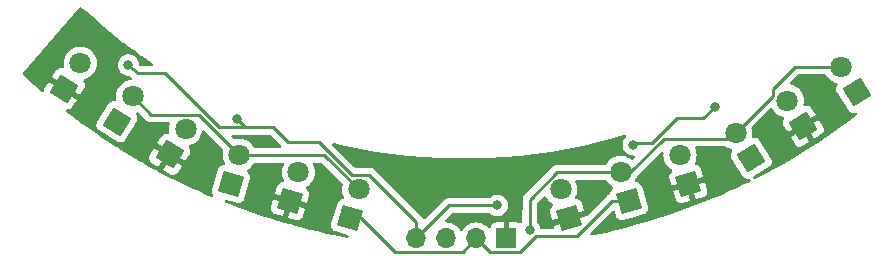
<source format=gbr>
%TF.GenerationSoftware,KiCad,Pcbnew,7.0.9*%
%TF.CreationDate,2025-05-06T13:04:56+09:00*%
%TF.ProjectId,Line_front,4c696e65-5f66-4726-9f6e-742e6b696361,rev?*%
%TF.SameCoordinates,Original*%
%TF.FileFunction,Copper,L2,Bot*%
%TF.FilePolarity,Positive*%
%FSLAX46Y46*%
G04 Gerber Fmt 4.6, Leading zero omitted, Abs format (unit mm)*
G04 Created by KiCad (PCBNEW 7.0.9) date 2025-05-06 13:04:56*
%MOMM*%
%LPD*%
G01*
G04 APERTURE LIST*
G04 Aperture macros list*
%AMRotRect*
0 Rectangle, with rotation*
0 The origin of the aperture is its center*
0 $1 length*
0 $2 width*
0 $3 Rotation angle, in degrees counterclockwise*
0 Add horizontal line*
21,1,$1,$2,0,0,$3*%
G04 Aperture macros list end*
%TA.AperFunction,ComponentPad*%
%ADD10R,1.700000X1.700000*%
%TD*%
%TA.AperFunction,ComponentPad*%
%ADD11O,1.700000X1.700000*%
%TD*%
%TA.AperFunction,ComponentPad*%
%ADD12RotRect,1.800000X1.800000X122.000000*%
%TD*%
%TA.AperFunction,ComponentPad*%
%ADD13C,1.800000*%
%TD*%
%TA.AperFunction,ComponentPad*%
%ADD14RotRect,1.800000X1.800000X58.000000*%
%TD*%
%TA.AperFunction,ComponentPad*%
%ADD15RotRect,1.800000X1.800000X106.000000*%
%TD*%
%TA.AperFunction,ComponentPad*%
%ADD16RotRect,1.800000X1.800000X74.000000*%
%TD*%
%TA.AperFunction,ViaPad*%
%ADD17C,0.800000*%
%TD*%
%TA.AperFunction,Conductor*%
%ADD18C,0.250000*%
%TD*%
G04 APERTURE END LIST*
D10*
%TO.P,J3,1,Pin_1*%
%TO.N,GND*%
X150560000Y-56410000D03*
D11*
%TO.P,J3,2,Pin_2*%
%TO.N,+3.3V*%
X148020000Y-56410000D03*
%TO.P,J3,3,Pin_3*%
%TO.N,Data_Line_sensor*%
X145480000Y-56410000D03*
%TO.P,J3,4,Pin_4*%
%TO.N,+5V*%
X142940000Y-56410000D03*
%TD*%
D12*
%TO.P,D3,1,K*%
%TO.N,GND*%
X175677664Y-46900000D03*
D13*
%TO.P,D3,2,A*%
%TO.N,Net-(D3-A)*%
X174331669Y-44745958D03*
%TD*%
D12*
%TO.P,Q1,1,C*%
%TO.N,+3.3V*%
X180208329Y-44053212D03*
D13*
%TO.P,Q1,2,E*%
%TO.N,Net-(Q1-E)*%
X178862334Y-41899170D03*
%TD*%
D14*
%TO.P,Q4,1,C*%
%TO.N,+3.3V*%
X117572017Y-46531261D03*
D13*
%TO.P,Q4,2,E*%
%TO.N,Net-(Q1-E)*%
X118918012Y-44377219D03*
%TD*%
D15*
%TO.P,D2,1,K*%
%TO.N,GND*%
X155854027Y-54703730D03*
D13*
%TO.P,D2,2,A*%
%TO.N,Net-(D8-A)*%
X155153908Y-52262125D03*
%TD*%
D15*
%TO.P,Q17,1,C*%
%TO.N,+3.3V*%
X160927664Y-53250000D03*
D13*
%TO.P,Q17,2,E*%
%TO.N,Net-(Q1-E)*%
X160227545Y-50808395D03*
%TD*%
D14*
%TO.P,D4,1,K*%
%TO.N,GND*%
X122040651Y-49299451D03*
D13*
%TO.P,D4,2,A*%
%TO.N,Net-(D4-A)*%
X123386646Y-47145409D03*
%TD*%
D16*
%TO.P,D1,1,K*%
%TO.N,GND*%
X132237664Y-53250000D03*
D13*
%TO.P,D1,2,A*%
%TO.N,Net-(D1-A)*%
X132937783Y-50808395D03*
%TD*%
D16*
%TO.P,Q16,1,C*%
%TO.N,+3.3V*%
X127235890Y-51805237D03*
D13*
%TO.P,Q16,2,E*%
%TO.N,Net-(Q1-E)*%
X127936009Y-49363632D03*
%TD*%
D15*
%TO.P,D2,1,K*%
%TO.N,GND*%
X165956888Y-51806782D03*
D13*
%TO.P,D2,2,A*%
%TO.N,Net-(D2-A)*%
X165256769Y-49365177D03*
%TD*%
D14*
%TO.P,D7,1,K*%
%TO.N,GND*%
X113127664Y-43730000D03*
D13*
%TO.P,D7,2,A*%
%TO.N,Net-(D7-A)*%
X114473659Y-41575958D03*
%TD*%
D12*
%TO.P,Q3,1,C*%
%TO.N,+3.3V*%
X171295343Y-49622663D03*
D13*
%TO.P,Q3,2,E*%
%TO.N,Net-(Q1-E)*%
X169949348Y-47468621D03*
%TD*%
D16*
%TO.P,Q15,1,C*%
%TO.N,+3.3V*%
X137338751Y-54702185D03*
D13*
%TO.P,Q15,2,E*%
%TO.N,Net-(Q1-E)*%
X138038870Y-52260580D03*
%TD*%
D17*
%TO.N,GND*%
X163270000Y-54160000D03*
X162540000Y-50970000D03*
%TO.N,+5V*%
X149770000Y-53620000D03*
%TO.N,GND*%
X134407664Y-53500000D03*
X125327664Y-48680000D03*
X129917664Y-50550000D03*
X128717664Y-53340000D03*
X146607664Y-50330000D03*
X137547664Y-49280000D03*
X172207664Y-47440000D03*
X129867664Y-48140000D03*
X177207664Y-45290000D03*
%TO.N,+5V*%
X118547664Y-41730000D03*
X161287664Y-48480000D03*
X127721052Y-46283388D03*
X168177664Y-45250000D03*
%TO.N,Net-(Q1-E)*%
X152517664Y-55660000D03*
%TD*%
D18*
%TO.N,+5V*%
X145730000Y-53620000D02*
X142940000Y-56410000D01*
X149770000Y-53620000D02*
X145730000Y-53620000D01*
%TO.N,+3.3V*%
X141142371Y-57585000D02*
X138259556Y-54702185D01*
X146845000Y-57585000D02*
X141142371Y-57585000D01*
X148020000Y-56410000D02*
X146845000Y-57585000D01*
X138259556Y-54702185D02*
X137338751Y-54702185D01*
X149195000Y-57585000D02*
X148020000Y-56410000D01*
X151735000Y-57585000D02*
X149195000Y-57585000D01*
X159497647Y-53250000D02*
X156507647Y-56240000D01*
X156507647Y-56240000D02*
X153080000Y-56240000D01*
X160927664Y-53250000D02*
X159497647Y-53250000D01*
X153080000Y-56240000D02*
X151735000Y-57585000D01*
%TO.N,+5V*%
X142940000Y-55032336D02*
X142940000Y-56410000D01*
X138943244Y-51035580D02*
X141368832Y-53461168D01*
X141368832Y-53461168D02*
X142940000Y-55032336D01*
%TO.N,Net-(D2-A)*%
X165256769Y-49365177D02*
X165256769Y-48600895D01*
X165051946Y-49570000D02*
X165256769Y-49365177D01*
%TO.N,+5V*%
X119342220Y-42444556D02*
X118547664Y-41730000D01*
X162896573Y-48330000D02*
X162137664Y-48330000D01*
X161437664Y-48330000D02*
X162317664Y-48330000D01*
X137490862Y-51076176D02*
X137531458Y-51035580D01*
X118547664Y-41730000D02*
X118677664Y-41780000D01*
X165016952Y-46209621D02*
X162896573Y-48330000D01*
X167218043Y-46209621D02*
X165016952Y-46209621D01*
X128442663Y-47004999D02*
X126213772Y-47004999D01*
X161287664Y-48480000D02*
X161437664Y-48330000D01*
X128442663Y-47004999D02*
X130822665Y-47004999D01*
X162317664Y-48330000D02*
X162137664Y-48330000D01*
X132097665Y-48280000D02*
X134694686Y-48280000D01*
X137531458Y-51035580D02*
X138943244Y-51035580D01*
X126213772Y-47004999D02*
X121653329Y-42444556D01*
X168177664Y-45250000D02*
X167218043Y-46209621D01*
X130822665Y-47004999D02*
X132097665Y-48280000D01*
X127721052Y-46283388D02*
X128442663Y-47004999D01*
X134694686Y-48280000D02*
X137490862Y-51076176D01*
X121653329Y-42444556D02*
X119342220Y-42444556D01*
%TO.N,Net-(Q1-E)*%
X169949348Y-47468621D02*
X173106669Y-44311300D01*
X154875226Y-50808395D02*
X152547664Y-53135957D01*
X127936009Y-49363632D02*
X124492786Y-45920409D01*
X173106669Y-44311300D02*
X173106669Y-43740995D01*
X127936009Y-49363632D02*
X135141922Y-49363632D01*
X152517664Y-55660000D02*
X152547664Y-55600000D01*
X160227545Y-50808395D02*
X154875226Y-50808395D01*
X135141922Y-49363632D02*
X138038870Y-52260580D01*
X174948494Y-41899170D02*
X178862334Y-41899170D01*
X173106669Y-43740995D02*
X174948494Y-41899170D01*
X169427969Y-47990000D02*
X163872969Y-47990000D01*
X163872969Y-47990000D02*
X161054574Y-50808395D01*
X169949348Y-47468621D02*
X169427969Y-47990000D01*
X152547664Y-53135957D02*
X152517664Y-55660000D01*
X124492786Y-45920409D02*
X120461202Y-45920409D01*
X161054574Y-50808395D02*
X160227545Y-50808395D01*
X120461202Y-45920409D02*
X118918012Y-44377219D01*
%TD*%
%TA.AperFunction,Conductor*%
%TO.N,GND*%
G36*
X131645079Y-50008817D02*
G01*
X131690834Y-50061621D01*
X131700778Y-50130779D01*
X131691596Y-50162942D01*
X131608625Y-50352094D01*
X131551649Y-50577086D01*
X131551647Y-50577097D01*
X131532483Y-50808388D01*
X131532483Y-50808401D01*
X131551647Y-51039692D01*
X131551649Y-51039703D01*
X131608625Y-51264695D01*
X131696073Y-51464056D01*
X131704976Y-51533356D01*
X131674999Y-51596468D01*
X131615659Y-51633355D01*
X131592148Y-51637491D01*
X131510099Y-51643882D01*
X131375703Y-51694984D01*
X131261151Y-51781877D01*
X131261149Y-51781878D01*
X131175723Y-51897516D01*
X131153152Y-51953002D01*
X130960805Y-52623791D01*
X130960805Y-52623792D01*
X131946380Y-52906400D01*
X131881866Y-52966260D01*
X131814039Y-53083740D01*
X131783854Y-53215992D01*
X131793991Y-53351265D01*
X131807960Y-53386858D01*
X130822988Y-53104422D01*
X130822987Y-53104422D01*
X130630642Y-53775209D01*
X130620380Y-53834224D01*
X130620380Y-53834227D01*
X130631546Y-53977564D01*
X130682648Y-54111960D01*
X130769541Y-54226512D01*
X130769542Y-54226514D01*
X130885180Y-54311940D01*
X130940665Y-54334511D01*
X131611455Y-54526857D01*
X131611456Y-54526857D01*
X131894149Y-53540989D01*
X131928129Y-53583599D01*
X132040211Y-53660016D01*
X132169837Y-53700000D01*
X132271388Y-53700000D01*
X132371802Y-53684865D01*
X132373240Y-53684172D01*
X132092086Y-54664674D01*
X132092087Y-54664675D01*
X132762874Y-54857021D01*
X132762873Y-54857021D01*
X132821890Y-54867283D01*
X132965228Y-54856117D01*
X133099624Y-54805015D01*
X133214176Y-54718122D01*
X133214178Y-54718121D01*
X133299604Y-54602483D01*
X133322175Y-54546998D01*
X133514521Y-53876207D01*
X133514521Y-53876206D01*
X132528949Y-53593598D01*
X132593462Y-53533740D01*
X132661289Y-53416260D01*
X132691474Y-53284008D01*
X132681337Y-53148735D01*
X132667366Y-53113140D01*
X133652338Y-53395576D01*
X133652339Y-53395575D01*
X133844685Y-52724790D01*
X133854947Y-52665775D01*
X133854947Y-52665772D01*
X133843781Y-52522435D01*
X133792679Y-52388039D01*
X133705787Y-52273488D01*
X133637477Y-52223024D01*
X133595252Y-52167357D01*
X133589826Y-52097698D01*
X133622922Y-52036164D01*
X133652134Y-52014237D01*
X133706409Y-51984865D01*
X133747585Y-51952817D01*
X133818936Y-51897282D01*
X133889567Y-51842308D01*
X134046762Y-51671548D01*
X134173707Y-51477244D01*
X134266940Y-51264695D01*
X134323917Y-51039700D01*
X134323918Y-51039692D01*
X134343083Y-50808401D01*
X134343083Y-50808388D01*
X134323918Y-50577097D01*
X134323916Y-50577086D01*
X134266940Y-50352094D01*
X134183970Y-50162942D01*
X134175067Y-50093642D01*
X134205044Y-50030530D01*
X134264383Y-49993643D01*
X134297526Y-49989132D01*
X134831470Y-49989132D01*
X134898509Y-50008817D01*
X134919151Y-50025451D01*
X136657520Y-51763820D01*
X136691005Y-51825143D01*
X136690045Y-51881941D01*
X136652736Y-52029270D01*
X136652734Y-52029282D01*
X136633570Y-52260573D01*
X136633570Y-52260586D01*
X136652734Y-52491877D01*
X136652736Y-52491888D01*
X136709712Y-52716880D01*
X136796948Y-52915756D01*
X136805851Y-52985056D01*
X136775874Y-53048168D01*
X136716535Y-53085055D01*
X136693023Y-53089191D01*
X136611079Y-53095574D01*
X136611071Y-53095576D01*
X136476547Y-53146728D01*
X136476545Y-53146728D01*
X136361881Y-53233705D01*
X136361878Y-53233708D01*
X136276363Y-53349469D01*
X136253772Y-53405000D01*
X135731238Y-55227298D01*
X135731236Y-55227305D01*
X135731236Y-55227308D01*
X135720965Y-55286376D01*
X135732142Y-55429864D01*
X135764502Y-55514969D01*
X135783294Y-55564388D01*
X135783294Y-55564390D01*
X135835015Y-55632575D01*
X135870272Y-55679056D01*
X135986033Y-55764571D01*
X135986034Y-55764571D01*
X135986035Y-55764572D01*
X136041567Y-55787163D01*
X136041565Y-55787163D01*
X137123058Y-56097275D01*
X137182075Y-56134675D01*
X137211502Y-56198045D01*
X137201998Y-56267265D01*
X137156579Y-56320359D01*
X137089666Y-56340469D01*
X137067211Y-56338563D01*
X136730097Y-56278736D01*
X135966855Y-56124410D01*
X135329642Y-55993726D01*
X134759019Y-55863102D01*
X134582700Y-55822740D01*
X133937104Y-55672310D01*
X133201263Y-55483974D01*
X132683749Y-55348760D01*
X132553521Y-55314735D01*
X131826676Y-55108795D01*
X131179688Y-54921207D01*
X131142641Y-54909681D01*
X131007980Y-54867785D01*
X130461113Y-54697643D01*
X129816635Y-54492021D01*
X129148195Y-54265185D01*
X129105816Y-54250803D01*
X128465307Y-54027482D01*
X127762153Y-53768667D01*
X127278373Y-53585398D01*
X127126565Y-53527888D01*
X126901843Y-53438596D01*
X126767642Y-53385271D01*
X126712610Y-53342222D01*
X126689587Y-53276255D01*
X126705884Y-53208312D01*
X126756327Y-53159966D01*
X126824899Y-53146566D01*
X126847610Y-53150839D01*
X127540318Y-53349469D01*
X127761013Y-53412752D01*
X127820081Y-53423023D01*
X127963569Y-53411846D01*
X128098094Y-53360694D01*
X128212761Y-53273716D01*
X128298276Y-53157955D01*
X128320868Y-53102421D01*
X128843405Y-51280114D01*
X128853676Y-51221046D01*
X128842499Y-51077558D01*
X128791347Y-50943033D01*
X128791346Y-50943031D01*
X128705812Y-50830269D01*
X128704369Y-50828366D01*
X128636189Y-50778000D01*
X128593964Y-50722333D01*
X128588537Y-50652675D01*
X128621632Y-50591140D01*
X128650852Y-50569208D01*
X128704628Y-50540106D01*
X128704629Y-50540104D01*
X128704635Y-50540102D01*
X128723377Y-50525515D01*
X128814876Y-50454298D01*
X128887793Y-50397545D01*
X129044988Y-50226785D01*
X129066229Y-50194273D01*
X129163551Y-50045311D01*
X129216698Y-49999954D01*
X129267360Y-49989132D01*
X131578040Y-49989132D01*
X131645079Y-50008817D01*
G37*
%TD.AperFunction*%
%TA.AperFunction,Conductor*%
G36*
X169167173Y-48635185D02*
G01*
X169176298Y-48641648D01*
X169180722Y-48645091D01*
X169384845Y-48755557D01*
X169483164Y-48789310D01*
X169605750Y-48831394D01*
X169662765Y-48871779D01*
X169688896Y-48936579D01*
X169675845Y-49005219D01*
X169663803Y-49024240D01*
X169614488Y-49088401D01*
X169562486Y-49222601D01*
X169562485Y-49222602D01*
X169550597Y-49363625D01*
X169550396Y-49366015D01*
X169570641Y-49465119D01*
X169579203Y-49507029D01*
X169605354Y-49560972D01*
X169605357Y-49560977D01*
X170609942Y-51168647D01*
X170609946Y-51168653D01*
X170609948Y-51168655D01*
X170646971Y-51215813D01*
X170646975Y-51215816D01*
X170761078Y-51303516D01*
X170761082Y-51303517D01*
X170761083Y-51303518D01*
X170895281Y-51355520D01*
X171038695Y-51367610D01*
X171087419Y-51357656D01*
X171157039Y-51363524D01*
X171212437Y-51406101D01*
X171236022Y-51471870D01*
X171220306Y-51539949D01*
X171170278Y-51588724D01*
X171166708Y-51590542D01*
X170691982Y-51822683D01*
X170076887Y-52113793D01*
X169396793Y-52425105D01*
X168774071Y-52699768D01*
X168086134Y-52993666D01*
X167456668Y-53251501D01*
X166761059Y-53527899D01*
X166125494Y-53768669D01*
X165422413Y-54027457D01*
X164781642Y-54250869D01*
X164071153Y-54491975D01*
X163426089Y-54697784D01*
X162708221Y-54921128D01*
X162059927Y-55109093D01*
X161334528Y-55314624D01*
X160684803Y-55484381D01*
X160180927Y-55613347D01*
X159950925Y-55672215D01*
X159777809Y-55712552D01*
X159302557Y-55823288D01*
X158558504Y-55993614D01*
X157916511Y-56125278D01*
X157806112Y-56147600D01*
X157736501Y-56141593D01*
X157681189Y-56098904D01*
X157657736Y-56033088D01*
X157673590Y-55965040D01*
X157693852Y-55938383D01*
X159525000Y-54107235D01*
X159586321Y-54073752D01*
X159656013Y-54078736D01*
X159711946Y-54120608D01*
X159731875Y-54160739D01*
X159842685Y-54547178D01*
X159865278Y-54602719D01*
X159897189Y-54645916D01*
X159950793Y-54718479D01*
X160065460Y-54805457D01*
X160199985Y-54856609D01*
X160343473Y-54867786D01*
X160402540Y-54857516D01*
X160402549Y-54857513D01*
X160402551Y-54857513D01*
X161140476Y-54645916D01*
X162224847Y-54334977D01*
X162280382Y-54312386D01*
X162396143Y-54226871D01*
X162483121Y-54112204D01*
X162534273Y-53977679D01*
X162545450Y-53834191D01*
X162535180Y-53775124D01*
X162533328Y-53768667D01*
X162012641Y-51952817D01*
X162012454Y-51952358D01*
X161990050Y-51897282D01*
X161904535Y-51781521D01*
X161789868Y-51694543D01*
X161655343Y-51643391D01*
X161655336Y-51643389D01*
X161573391Y-51637006D01*
X161508083Y-51612175D01*
X161466568Y-51555976D01*
X161462025Y-51486255D01*
X161469463Y-51463579D01*
X161556702Y-51264695D01*
X161573359Y-51198915D01*
X161605882Y-51141675D01*
X163654659Y-49092898D01*
X163715981Y-49059415D01*
X163785673Y-49064399D01*
X163841606Y-49106271D01*
X163866023Y-49171735D01*
X163865916Y-49190820D01*
X163851785Y-49361370D01*
X163851469Y-49365181D01*
X163851469Y-49365183D01*
X163870633Y-49596474D01*
X163870635Y-49596485D01*
X163927611Y-49821477D01*
X164020844Y-50034025D01*
X164147785Y-50228324D01*
X164147788Y-50228328D01*
X164147790Y-50228330D01*
X164304985Y-50399090D01*
X164304988Y-50399092D01*
X164304991Y-50399095D01*
X164488134Y-50541641D01*
X164488144Y-50541648D01*
X164516652Y-50557075D01*
X164542411Y-50571015D01*
X164592002Y-50620234D01*
X164607110Y-50688450D01*
X164582940Y-50754006D01*
X164557074Y-50779806D01*
X164488764Y-50830269D01*
X164401872Y-50944821D01*
X164350770Y-51079217D01*
X164339604Y-51222554D01*
X164339604Y-51222557D01*
X164349866Y-51281572D01*
X164542211Y-51952358D01*
X164542212Y-51952358D01*
X165526508Y-51670115D01*
X165503078Y-51772774D01*
X165513215Y-51908047D01*
X165562775Y-52034323D01*
X165647353Y-52140381D01*
X165663079Y-52151102D01*
X164680029Y-52432988D01*
X164680029Y-52432989D01*
X164872376Y-53103779D01*
X164894947Y-53159265D01*
X164980373Y-53274903D01*
X164980375Y-53274904D01*
X165094928Y-53361797D01*
X165094927Y-53361797D01*
X165229323Y-53412899D01*
X165372660Y-53424065D01*
X165372663Y-53424065D01*
X165431678Y-53413803D01*
X166102463Y-53221457D01*
X166102464Y-53221456D01*
X165819714Y-52235391D01*
X165889061Y-52256782D01*
X165990612Y-52256782D01*
X166091026Y-52241647D01*
X166213245Y-52182789D01*
X166301340Y-52101048D01*
X166583094Y-53083639D01*
X166583095Y-53083639D01*
X167253886Y-52891293D01*
X167309371Y-52868722D01*
X167425009Y-52783296D01*
X167425010Y-52783294D01*
X167511903Y-52668742D01*
X167563005Y-52534346D01*
X167574171Y-52391009D01*
X167574171Y-52391006D01*
X167563909Y-52331991D01*
X167371563Y-51661205D01*
X167371562Y-51661204D01*
X166387267Y-51943445D01*
X166410698Y-51840790D01*
X166400561Y-51705517D01*
X166351001Y-51579241D01*
X166266423Y-51473183D01*
X166250694Y-51462459D01*
X167233745Y-51180574D01*
X167233745Y-51180573D01*
X167041399Y-50509783D01*
X167018828Y-50454298D01*
X166933402Y-50338660D01*
X166933400Y-50338659D01*
X166818847Y-50251766D01*
X166818848Y-50251766D01*
X166684452Y-50200664D01*
X166602403Y-50194273D01*
X166537095Y-50169442D01*
X166495580Y-50113243D01*
X166491038Y-50043521D01*
X166498478Y-50020838D01*
X166585926Y-49821477D01*
X166631754Y-49640509D01*
X166642903Y-49596482D01*
X166643032Y-49594929D01*
X166662069Y-49365183D01*
X166662069Y-49365170D01*
X166642904Y-49133879D01*
X166642902Y-49133868D01*
X166585926Y-48908876D01*
X166533479Y-48789310D01*
X166524576Y-48720010D01*
X166554553Y-48656898D01*
X166613892Y-48620011D01*
X166647035Y-48615500D01*
X169100134Y-48615500D01*
X169167173Y-48635185D01*
G37*
%TD.AperFunction*%
%TA.AperFunction,Conductor*%
G36*
X160645056Y-47685284D02*
G01*
X160674146Y-47748810D01*
X160664273Y-47817979D01*
X160643576Y-47849555D01*
X160555130Y-47947784D01*
X160460485Y-48111715D01*
X160460482Y-48111722D01*
X160410966Y-48264118D01*
X160401990Y-48291744D01*
X160382204Y-48480000D01*
X160401990Y-48668256D01*
X160401991Y-48668259D01*
X160460482Y-48848277D01*
X160460485Y-48848284D01*
X160555131Y-49012216D01*
X160639819Y-49106271D01*
X160681793Y-49152888D01*
X160834929Y-49264148D01*
X160834934Y-49264151D01*
X161007856Y-49341142D01*
X161007861Y-49341144D01*
X161193018Y-49380500D01*
X161193019Y-49380500D01*
X161298515Y-49380500D01*
X161365554Y-49400185D01*
X161411309Y-49452989D01*
X161421253Y-49522147D01*
X161392228Y-49585703D01*
X161386209Y-49592167D01*
X161302919Y-49675458D01*
X161270573Y-49707804D01*
X161209250Y-49741288D01*
X161139558Y-49736304D01*
X161106730Y-49717976D01*
X161052102Y-49675458D01*
X160996171Y-49631925D01*
X160865071Y-49560977D01*
X160792049Y-49521459D01*
X160792040Y-49521456D01*
X160572529Y-49446097D01*
X160387724Y-49415259D01*
X160343594Y-49407895D01*
X160111496Y-49407895D01*
X160067366Y-49415259D01*
X159882560Y-49446097D01*
X159663049Y-49521456D01*
X159663040Y-49521459D01*
X159458916Y-49631926D01*
X159458910Y-49631930D01*
X159275767Y-49774476D01*
X159275764Y-49774479D01*
X159118561Y-49945247D01*
X159000003Y-50126716D01*
X158946856Y-50172073D01*
X158896194Y-50182895D01*
X154957969Y-50182895D01*
X154942348Y-50181170D01*
X154942321Y-50181456D01*
X154934559Y-50180721D01*
X154865398Y-50182895D01*
X154835875Y-50182895D01*
X154829004Y-50183762D01*
X154823185Y-50184220D01*
X154776600Y-50185684D01*
X154776594Y-50185685D01*
X154757352Y-50191275D01*
X154738313Y-50195218D01*
X154718443Y-50197729D01*
X154718429Y-50197732D01*
X154675109Y-50214883D01*
X154669584Y-50216775D01*
X154624839Y-50229775D01*
X154624836Y-50229776D01*
X154607592Y-50239974D01*
X154590131Y-50248528D01*
X154571500Y-50255905D01*
X154571488Y-50255912D01*
X154533796Y-50283297D01*
X154528913Y-50286504D01*
X154488806Y-50310224D01*
X154474640Y-50324390D01*
X154459850Y-50337022D01*
X154443640Y-50348799D01*
X154443637Y-50348802D01*
X154413936Y-50384704D01*
X154410003Y-50389026D01*
X152164373Y-52634655D01*
X152159486Y-52639050D01*
X152151592Y-52645425D01*
X152101071Y-52697957D01*
X152077536Y-52721493D01*
X152077535Y-52721495D01*
X152075799Y-52723733D01*
X152071501Y-52728706D01*
X152042043Y-52759337D01*
X152029976Y-52780681D01*
X152020015Y-52795650D01*
X152004993Y-52815017D01*
X152004987Y-52815027D01*
X151988108Y-52854032D01*
X151985179Y-52859922D01*
X151964267Y-52896915D01*
X151964265Y-52896919D01*
X151957888Y-52920583D01*
X151951963Y-52937558D01*
X151942225Y-52960062D01*
X151935576Y-53002037D01*
X151934204Y-53008470D01*
X151923147Y-53049510D01*
X151923147Y-53049512D01*
X151922855Y-53074022D01*
X151921338Y-53091938D01*
X151917504Y-53116150D01*
X151917503Y-53116155D01*
X151921502Y-53158462D01*
X151921773Y-53165038D01*
X151900516Y-54953499D01*
X151880036Y-55020300D01*
X151868675Y-55034997D01*
X151813341Y-55096452D01*
X151753855Y-55133101D01*
X151683998Y-55131771D01*
X151660506Y-55119734D01*
X151659872Y-55120897D01*
X151652086Y-55116645D01*
X151517379Y-55066403D01*
X151517372Y-55066401D01*
X151457844Y-55060000D01*
X150810000Y-55060000D01*
X150810000Y-55974498D01*
X150702315Y-55925320D01*
X150595763Y-55910000D01*
X150524237Y-55910000D01*
X150417685Y-55925320D01*
X150310000Y-55974498D01*
X150310000Y-55060000D01*
X149662155Y-55060000D01*
X149602627Y-55066401D01*
X149602620Y-55066403D01*
X149467913Y-55116645D01*
X149467906Y-55116649D01*
X149352812Y-55202809D01*
X149352809Y-55202812D01*
X149266649Y-55317906D01*
X149266645Y-55317913D01*
X149217578Y-55449470D01*
X149175707Y-55505404D01*
X149110242Y-55529821D01*
X149041969Y-55514969D01*
X149013715Y-55493819D01*
X148969366Y-55449470D01*
X148891401Y-55371505D01*
X148891397Y-55371502D01*
X148891396Y-55371501D01*
X148697834Y-55235967D01*
X148697830Y-55235965D01*
X148608014Y-55194083D01*
X148483663Y-55136097D01*
X148483659Y-55136096D01*
X148483655Y-55136094D01*
X148255413Y-55074938D01*
X148255403Y-55074936D01*
X148020001Y-55054341D01*
X148019999Y-55054341D01*
X147784596Y-55074936D01*
X147784586Y-55074938D01*
X147556344Y-55136094D01*
X147556335Y-55136098D01*
X147342171Y-55235964D01*
X147342169Y-55235965D01*
X147148597Y-55371505D01*
X146981505Y-55538597D01*
X146851575Y-55724158D01*
X146796998Y-55767783D01*
X146727500Y-55774977D01*
X146665145Y-55743454D01*
X146648425Y-55724158D01*
X146518494Y-55538597D01*
X146351402Y-55371506D01*
X146351395Y-55371501D01*
X146157834Y-55235967D01*
X146157830Y-55235965D01*
X146068014Y-55194083D01*
X145943663Y-55136097D01*
X145943659Y-55136096D01*
X145943655Y-55136094D01*
X145715413Y-55074938D01*
X145715403Y-55074936D01*
X145480001Y-55054341D01*
X145479611Y-55054341D01*
X145479445Y-55054292D01*
X145474606Y-55053869D01*
X145474691Y-55052896D01*
X145412572Y-55034656D01*
X145366817Y-54981852D01*
X145356873Y-54912694D01*
X145385898Y-54849138D01*
X145391930Y-54842660D01*
X145564869Y-54669722D01*
X145952772Y-54281819D01*
X146014095Y-54248334D01*
X146040453Y-54245500D01*
X149066252Y-54245500D01*
X149133291Y-54265185D01*
X149158400Y-54286526D01*
X149164126Y-54292885D01*
X149164130Y-54292889D01*
X149317265Y-54404148D01*
X149317270Y-54404151D01*
X149490192Y-54481142D01*
X149490197Y-54481144D01*
X149675354Y-54520500D01*
X149675355Y-54520500D01*
X149864644Y-54520500D01*
X149864646Y-54520500D01*
X150049803Y-54481144D01*
X150222730Y-54404151D01*
X150375871Y-54292888D01*
X150502533Y-54152216D01*
X150597179Y-53988284D01*
X150655674Y-53808256D01*
X150675460Y-53620000D01*
X150655674Y-53431744D01*
X150597179Y-53251716D01*
X150502533Y-53087784D01*
X150375871Y-52947112D01*
X150375870Y-52947111D01*
X150222734Y-52835851D01*
X150222729Y-52835848D01*
X150049807Y-52758857D01*
X150049802Y-52758855D01*
X149896779Y-52726330D01*
X149864646Y-52719500D01*
X149675354Y-52719500D01*
X149643221Y-52726330D01*
X149490197Y-52758855D01*
X149490192Y-52758857D01*
X149317270Y-52835848D01*
X149317265Y-52835851D01*
X149164130Y-52947110D01*
X149164126Y-52947114D01*
X149158400Y-52953474D01*
X149098913Y-52990121D01*
X149066252Y-52994500D01*
X145812743Y-52994500D01*
X145797122Y-52992775D01*
X145797096Y-52993061D01*
X145789334Y-52992327D01*
X145789333Y-52992327D01*
X145720186Y-52994500D01*
X145690649Y-52994500D01*
X145683766Y-52995369D01*
X145677949Y-52995826D01*
X145631373Y-52997290D01*
X145612129Y-53002881D01*
X145593079Y-53006825D01*
X145573211Y-53009334D01*
X145529884Y-53026488D01*
X145524358Y-53028379D01*
X145479614Y-53041379D01*
X145479610Y-53041381D01*
X145462366Y-53051579D01*
X145444905Y-53060133D01*
X145426274Y-53067510D01*
X145426262Y-53067517D01*
X145388570Y-53094902D01*
X145383687Y-53098109D01*
X145343580Y-53121829D01*
X145329414Y-53135995D01*
X145314624Y-53148627D01*
X145298414Y-53160404D01*
X145298411Y-53160407D01*
X145268710Y-53196309D01*
X145264777Y-53200631D01*
X143695264Y-54770144D01*
X143633941Y-54803629D01*
X143564249Y-54798645D01*
X143508316Y-54756773D01*
X143496356Y-54735383D01*
X143496247Y-54735444D01*
X143492487Y-54728606D01*
X143492486Y-54728604D01*
X143465079Y-54690881D01*
X143461888Y-54686022D01*
X143438172Y-54645919D01*
X143438165Y-54645910D01*
X143424006Y-54631751D01*
X143411368Y-54616955D01*
X143401025Y-54602719D01*
X143399594Y-54600749D01*
X143363688Y-54571045D01*
X143359376Y-54567122D01*
X141783303Y-52991048D01*
X139444047Y-50651792D01*
X139434224Y-50639530D01*
X139434003Y-50639714D01*
X139429030Y-50633703D01*
X139413584Y-50619198D01*
X139378608Y-50586353D01*
X139363270Y-50571015D01*
X139357719Y-50565463D01*
X139352230Y-50561205D01*
X139347805Y-50557427D01*
X139313826Y-50525518D01*
X139313824Y-50525516D01*
X139313821Y-50525515D01*
X139296273Y-50515868D01*
X139280007Y-50505184D01*
X139264177Y-50492905D01*
X139221412Y-50474398D01*
X139216166Y-50471828D01*
X139175337Y-50449383D01*
X139175336Y-50449382D01*
X139155937Y-50444402D01*
X139137525Y-50438098D01*
X139119142Y-50430142D01*
X139119136Y-50430140D01*
X139073118Y-50422852D01*
X139067396Y-50421667D01*
X139022265Y-50410080D01*
X139022263Y-50410080D01*
X139002228Y-50410080D01*
X138982830Y-50408553D01*
X138975406Y-50407377D01*
X138963049Y-50405420D01*
X138963048Y-50405420D01*
X138916660Y-50409805D01*
X138910822Y-50410080D01*
X137760718Y-50410080D01*
X137693679Y-50390395D01*
X137673037Y-50373761D01*
X135855938Y-48556661D01*
X135822453Y-48495338D01*
X135827437Y-48425646D01*
X135869309Y-48369713D01*
X135934773Y-48345296D01*
X135971801Y-48348225D01*
X136874284Y-48558866D01*
X138200101Y-48828499D01*
X139533100Y-49060024D01*
X140872187Y-49253254D01*
X142216261Y-49408029D01*
X143564219Y-49524221D01*
X144914953Y-49601735D01*
X146267354Y-49640509D01*
X147620310Y-49640509D01*
X148972711Y-49601735D01*
X150323445Y-49524221D01*
X151671403Y-49408029D01*
X153015477Y-49253254D01*
X154354564Y-49060024D01*
X155687563Y-48828499D01*
X157013380Y-48558866D01*
X158330925Y-48251350D01*
X159639116Y-47906201D01*
X159831308Y-47849555D01*
X160516370Y-47647641D01*
X160586239Y-47647570D01*
X160645056Y-47685284D01*
G37*
%TD.AperFunction*%
%TA.AperFunction,Conductor*%
G36*
X153835065Y-52835658D02*
G01*
X153890998Y-52877530D01*
X153905286Y-52902028D01*
X153917982Y-52930972D01*
X154044924Y-53125272D01*
X154044927Y-53125276D01*
X154044929Y-53125278D01*
X154202124Y-53296038D01*
X154202127Y-53296040D01*
X154202130Y-53296043D01*
X154385273Y-53438589D01*
X154385283Y-53438596D01*
X154403799Y-53448616D01*
X154439550Y-53467963D01*
X154489141Y-53517182D01*
X154504249Y-53585398D01*
X154480079Y-53650954D01*
X154454213Y-53676754D01*
X154385903Y-53727217D01*
X154299011Y-53841769D01*
X154247909Y-53976165D01*
X154236743Y-54119502D01*
X154236743Y-54119505D01*
X154247005Y-54178520D01*
X154439350Y-54849306D01*
X154439351Y-54849306D01*
X155423647Y-54567063D01*
X155400217Y-54669722D01*
X155410354Y-54804995D01*
X155459914Y-54931271D01*
X155544492Y-55037329D01*
X155560217Y-55048050D01*
X154577169Y-55329936D01*
X154577168Y-55329937D01*
X154613409Y-55456320D01*
X154612966Y-55526189D01*
X154574820Y-55584726D01*
X154511081Y-55613347D01*
X154494213Y-55614500D01*
X153529992Y-55614500D01*
X153462953Y-55594815D01*
X153417198Y-55542011D01*
X153406672Y-55503465D01*
X153403338Y-55471744D01*
X153344843Y-55291716D01*
X153250197Y-55127784D01*
X153183261Y-55053445D01*
X153153031Y-54990454D01*
X153151420Y-54969007D01*
X153169490Y-53448613D01*
X153189970Y-53381816D01*
X153205795Y-53362414D01*
X153704052Y-52864157D01*
X153765373Y-52830674D01*
X153835065Y-52835658D01*
G37*
%TD.AperFunction*%
%TA.AperFunction,Conductor*%
G36*
X158963233Y-51453580D02*
G01*
X159000003Y-51490074D01*
X159118561Y-51671542D01*
X159118564Y-51671546D01*
X159118566Y-51671548D01*
X159275761Y-51842308D01*
X159275764Y-51842310D01*
X159275767Y-51842313D01*
X159458910Y-51984859D01*
X159458921Y-51984866D01*
X159512702Y-52013971D01*
X159562293Y-52063190D01*
X159577401Y-52131407D01*
X159553231Y-52196963D01*
X159527364Y-52222762D01*
X159459188Y-52273125D01*
X159459184Y-52273130D01*
X159372207Y-52387794D01*
X159372207Y-52387796D01*
X159321053Y-52522324D01*
X159317415Y-52569036D01*
X159292584Y-52634345D01*
X159252849Y-52665520D01*
X159253969Y-52667413D01*
X159230013Y-52681579D01*
X159212552Y-52690133D01*
X159193921Y-52697510D01*
X159193909Y-52697517D01*
X159156217Y-52724902D01*
X159151334Y-52728109D01*
X159111227Y-52751829D01*
X159097061Y-52765995D01*
X159082271Y-52778627D01*
X159066061Y-52790404D01*
X159066058Y-52790407D01*
X159036357Y-52826309D01*
X159032424Y-52830631D01*
X157342131Y-54520923D01*
X157288629Y-54552438D01*
X156284406Y-54840394D01*
X156307837Y-54737738D01*
X156297700Y-54602465D01*
X156248140Y-54476189D01*
X156163562Y-54370131D01*
X156147833Y-54359407D01*
X157130884Y-54077522D01*
X157130884Y-54077521D01*
X156938538Y-53406731D01*
X156915967Y-53351246D01*
X156830541Y-53235608D01*
X156830539Y-53235607D01*
X156715986Y-53148714D01*
X156715987Y-53148714D01*
X156581591Y-53097612D01*
X156499542Y-53091221D01*
X156434234Y-53066390D01*
X156392719Y-53010191D01*
X156388177Y-52940469D01*
X156395617Y-52917786D01*
X156483065Y-52718425D01*
X156505037Y-52631661D01*
X156540042Y-52493430D01*
X156540171Y-52491877D01*
X156559208Y-52262131D01*
X156559208Y-52262118D01*
X156540043Y-52030827D01*
X156540041Y-52030816D01*
X156528405Y-51984866D01*
X156483065Y-51805825D01*
X156396160Y-51607704D01*
X156387258Y-51538405D01*
X156417235Y-51475293D01*
X156476574Y-51438406D01*
X156509717Y-51433895D01*
X158896194Y-51433895D01*
X158963233Y-51453580D01*
G37*
%TD.AperFunction*%
%TA.AperFunction,Conductor*%
G36*
X114515988Y-36834412D02*
G01*
X114636254Y-36906089D01*
X114730583Y-36964993D01*
X114736527Y-36969210D01*
X114881723Y-37085660D01*
X114934114Y-37128274D01*
X114937034Y-37130806D01*
X114994081Y-37183502D01*
X114995741Y-37184976D01*
X115432981Y-37588428D01*
X116453212Y-38477033D01*
X117498489Y-39336036D01*
X118131329Y-39826403D01*
X118147432Y-39839217D01*
X118148550Y-39839747D01*
X118567955Y-40164730D01*
X119241141Y-40656143D01*
X119242629Y-40657258D01*
X119242726Y-40657300D01*
X119638009Y-40945849D01*
X119660730Y-40962435D01*
X120578449Y-41592848D01*
X120622562Y-41647032D01*
X120630377Y-41716463D01*
X120599415Y-41779097D01*
X120539505Y-41815050D01*
X120508239Y-41819056D01*
X119629668Y-41819056D01*
X119562629Y-41799371D01*
X119546751Y-41787256D01*
X119485420Y-41732100D01*
X119448736Y-41672635D01*
X119445016Y-41652860D01*
X119444403Y-41647032D01*
X119433338Y-41541744D01*
X119374843Y-41361716D01*
X119280197Y-41197784D01*
X119153535Y-41057112D01*
X119153534Y-41057111D01*
X119000398Y-40945851D01*
X119000393Y-40945848D01*
X118827471Y-40868857D01*
X118827466Y-40868855D01*
X118681665Y-40837865D01*
X118642310Y-40829500D01*
X118453018Y-40829500D01*
X118420561Y-40836398D01*
X118267861Y-40868855D01*
X118267856Y-40868857D01*
X118094934Y-40945848D01*
X118094929Y-40945851D01*
X117941793Y-41057111D01*
X117815130Y-41197785D01*
X117720485Y-41361715D01*
X117720482Y-41361722D01*
X117661991Y-41541740D01*
X117661990Y-41541744D01*
X117642204Y-41730000D01*
X117661990Y-41918256D01*
X117661991Y-41918259D01*
X117720482Y-42098277D01*
X117720485Y-42098284D01*
X117815131Y-42262216D01*
X117867479Y-42320354D01*
X117941793Y-42402888D01*
X118094929Y-42514148D01*
X118094934Y-42514151D01*
X118267856Y-42591142D01*
X118267861Y-42591144D01*
X118453018Y-42630500D01*
X118566004Y-42630500D01*
X118633043Y-42650185D01*
X118648921Y-42662300D01*
X118776365Y-42776912D01*
X118813049Y-42836377D01*
X118811761Y-42906234D01*
X118772909Y-42964306D01*
X118713858Y-42991421D01*
X118573027Y-43014921D01*
X118353516Y-43090280D01*
X118353507Y-43090283D01*
X118149383Y-43200750D01*
X118149377Y-43200754D01*
X117966234Y-43343300D01*
X117966231Y-43343303D01*
X117966228Y-43343305D01*
X117966228Y-43343306D01*
X117925111Y-43387971D01*
X117809028Y-43514071D01*
X117682087Y-43708370D01*
X117588854Y-43920918D01*
X117531878Y-44145910D01*
X117531876Y-44145921D01*
X117512712Y-44377212D01*
X117512712Y-44377225D01*
X117531876Y-44608516D01*
X117531878Y-44608528D01*
X117542683Y-44651193D01*
X117540058Y-44721013D01*
X117500101Y-44778331D01*
X117435500Y-44804947D01*
X117397659Y-44803124D01*
X117315367Y-44786313D01*
X117171956Y-44798403D01*
X117171955Y-44798404D01*
X117037755Y-44850406D01*
X116923648Y-44938108D01*
X116923646Y-44938110D01*
X116886622Y-44985267D01*
X116886619Y-44985271D01*
X115882029Y-46592954D01*
X115882026Y-46592959D01*
X115855877Y-46646895D01*
X115855876Y-46646898D01*
X115855876Y-46646899D01*
X115840072Y-46724261D01*
X115827070Y-46787909D01*
X115839159Y-46931321D01*
X115839160Y-46931323D01*
X115851013Y-46961910D01*
X115891162Y-47065522D01*
X115952557Y-47145402D01*
X115978867Y-47179633D01*
X116026023Y-47216656D01*
X117633707Y-48221247D01*
X117687655Y-48247402D01*
X117828665Y-48276208D01*
X117972079Y-48264118D01*
X118106277Y-48212116D01*
X118220389Y-48124411D01*
X118257412Y-48077255D01*
X119262003Y-46469571D01*
X119288158Y-46415623D01*
X119316964Y-46274613D01*
X119304874Y-46131199D01*
X119252872Y-45997001D01*
X119252871Y-45997000D01*
X119252871Y-45996999D01*
X119203556Y-45932837D01*
X119178310Y-45867688D01*
X119192294Y-45799232D01*
X119241068Y-45749203D01*
X119261609Y-45739991D01*
X119262986Y-45739518D01*
X119262993Y-45739517D01*
X119288591Y-45730728D01*
X119358387Y-45727579D01*
X119416531Y-45760328D01*
X119689095Y-46032893D01*
X119960399Y-46304197D01*
X119970224Y-46316460D01*
X119970445Y-46316278D01*
X119975416Y-46322287D01*
X120001419Y-46346704D01*
X120025837Y-46369635D01*
X120046731Y-46390529D01*
X120052213Y-46394782D01*
X120056645Y-46398566D01*
X120090620Y-46430471D01*
X120108178Y-46440123D01*
X120124437Y-46450804D01*
X120140266Y-46463082D01*
X120183040Y-46481591D01*
X120188258Y-46484147D01*
X120229110Y-46506606D01*
X120248518Y-46511589D01*
X120266919Y-46517889D01*
X120285306Y-46525846D01*
X120328690Y-46532717D01*
X120331321Y-46533134D01*
X120337041Y-46534318D01*
X120382183Y-46545909D01*
X120402218Y-46545909D01*
X120421616Y-46547435D01*
X120441396Y-46550568D01*
X120441397Y-46550569D01*
X120441397Y-46550568D01*
X120441398Y-46550569D01*
X120487786Y-46546184D01*
X120493624Y-46545909D01*
X121934437Y-46545909D01*
X122001476Y-46565594D01*
X122047231Y-46618398D01*
X122057175Y-46687556D01*
X122054642Y-46700350D01*
X122000514Y-46914091D01*
X122000510Y-46914111D01*
X121981346Y-47145402D01*
X121981346Y-47145415D01*
X122000510Y-47376706D01*
X122000513Y-47376721D01*
X122011453Y-47419922D01*
X122008827Y-47489742D01*
X121968871Y-47547059D01*
X121904270Y-47573675D01*
X121866429Y-47571852D01*
X121783973Y-47555008D01*
X121640703Y-47567086D01*
X121506636Y-47619037D01*
X121506635Y-47619037D01*
X121392642Y-47706651D01*
X121355656Y-47753760D01*
X121355653Y-47753764D01*
X120985863Y-48345551D01*
X121855673Y-48889069D01*
X121784294Y-48923444D01*
X121684853Y-49015711D01*
X121617026Y-49133191D01*
X121586841Y-49265443D01*
X121590396Y-49312895D01*
X120720903Y-48769575D01*
X120351114Y-49361362D01*
X120351110Y-49361370D01*
X120324986Y-49415259D01*
X120324985Y-49415261D01*
X120296208Y-49556129D01*
X120308286Y-49699398D01*
X120360237Y-49833465D01*
X120360237Y-49833466D01*
X120447851Y-49947459D01*
X120494960Y-49984445D01*
X120494964Y-49984448D01*
X121086751Y-50354237D01*
X121630000Y-49484855D01*
X121646538Y-49526992D01*
X121731116Y-49633050D01*
X121843198Y-49709467D01*
X121972824Y-49749451D01*
X122054253Y-49749451D01*
X121510775Y-50619198D01*
X122102561Y-50988987D01*
X122156459Y-51015115D01*
X122156461Y-51015116D01*
X122297329Y-51043893D01*
X122440598Y-51031815D01*
X122574665Y-50979864D01*
X122574666Y-50979864D01*
X122688659Y-50892250D01*
X122725645Y-50845141D01*
X122725648Y-50845137D01*
X123095437Y-50253349D01*
X122225628Y-49709832D01*
X122297008Y-49675458D01*
X122396449Y-49583191D01*
X122464276Y-49465711D01*
X122494461Y-49333459D01*
X122490904Y-49286005D01*
X123360398Y-49829325D01*
X123730187Y-49237540D01*
X123730195Y-49237525D01*
X123756314Y-49183646D01*
X123756316Y-49183640D01*
X123785093Y-49042772D01*
X123773015Y-48899503D01*
X123721064Y-48765436D01*
X123721064Y-48765435D01*
X123671692Y-48701198D01*
X123646446Y-48636049D01*
X123660430Y-48567593D01*
X123709205Y-48517565D01*
X123729745Y-48508353D01*
X123731627Y-48507707D01*
X123951149Y-48432345D01*
X124155272Y-48321879D01*
X124338430Y-48179322D01*
X124495625Y-48008562D01*
X124622570Y-47814258D01*
X124715803Y-47601709D01*
X124772780Y-47376714D01*
X124773010Y-47373932D01*
X124773421Y-47372865D01*
X124773623Y-47371660D01*
X124773871Y-47371701D01*
X124798156Y-47308748D01*
X124854553Y-47267504D01*
X124924296Y-47263298D01*
X124984268Y-47296481D01*
X126554659Y-48866872D01*
X126588144Y-48928195D01*
X126587184Y-48984993D01*
X126549875Y-49132322D01*
X126549873Y-49132334D01*
X126530709Y-49363625D01*
X126530709Y-49363638D01*
X126549873Y-49594929D01*
X126549875Y-49594940D01*
X126606851Y-49819932D01*
X126694087Y-50018808D01*
X126702990Y-50088108D01*
X126673013Y-50151220D01*
X126613674Y-50188107D01*
X126590162Y-50192243D01*
X126508218Y-50198626D01*
X126508210Y-50198628D01*
X126373686Y-50249780D01*
X126373684Y-50249780D01*
X126259020Y-50336757D01*
X126259017Y-50336760D01*
X126173502Y-50452521D01*
X126150911Y-50508052D01*
X125628377Y-52330350D01*
X125628375Y-52330357D01*
X125628375Y-52330360D01*
X125623971Y-52355686D01*
X125618346Y-52388039D01*
X125618104Y-52389428D01*
X125629281Y-52532916D01*
X125680422Y-52667413D01*
X125680433Y-52667440D01*
X125680433Y-52667442D01*
X125705692Y-52700741D01*
X125730524Y-52766049D01*
X125716105Y-52834415D01*
X125667014Y-52884132D01*
X125598836Y-52899417D01*
X125558183Y-52889709D01*
X125113923Y-52699914D01*
X124490537Y-52424957D01*
X123811232Y-52114008D01*
X123469678Y-51952358D01*
X123195127Y-51822418D01*
X122524116Y-51494295D01*
X121915954Y-51186376D01*
X121253523Y-50841224D01*
X121252884Y-50840879D01*
X120844468Y-50620234D01*
X120653890Y-50517275D01*
X120328014Y-50336758D01*
X120000271Y-50155206D01*
X119993340Y-50151220D01*
X119837563Y-50061621D01*
X119409861Y-49815618D01*
X118765260Y-49436725D01*
X118184782Y-49081945D01*
X117565492Y-48696328D01*
X117549338Y-48686269D01*
X117485825Y-48645088D01*
X116979504Y-48316794D01*
X116353360Y-47904362D01*
X115795078Y-47520875D01*
X115304732Y-47179631D01*
X115178090Y-47091497D01*
X115073960Y-47015810D01*
X114828359Y-46837293D01*
X114632638Y-46695032D01*
X114185843Y-46366855D01*
X114024375Y-46248254D01*
X114023513Y-46247592D01*
X113789945Y-46068121D01*
X113493400Y-45840260D01*
X113356301Y-45734067D01*
X113308014Y-45696665D01*
X113267069Y-45640051D01*
X113263232Y-45570287D01*
X113297720Y-45509523D01*
X113359586Y-45477051D01*
X113375567Y-45475938D01*
X113375504Y-45475188D01*
X113527611Y-45462364D01*
X113661678Y-45410413D01*
X113661679Y-45410413D01*
X113775672Y-45322799D01*
X113812658Y-45275690D01*
X113812661Y-45275686D01*
X114182450Y-44683898D01*
X113312641Y-44140381D01*
X113384021Y-44106007D01*
X113483462Y-44013740D01*
X113551289Y-43896260D01*
X113581474Y-43764008D01*
X113577917Y-43716554D01*
X114447411Y-44259874D01*
X114817200Y-43668089D01*
X114817208Y-43668074D01*
X114843327Y-43614195D01*
X114843329Y-43614189D01*
X114872106Y-43473321D01*
X114860028Y-43330052D01*
X114808077Y-43195985D01*
X114808077Y-43195984D01*
X114758705Y-43131747D01*
X114733459Y-43066598D01*
X114747443Y-42998142D01*
X114796218Y-42948114D01*
X114816758Y-42938902D01*
X114818640Y-42938256D01*
X115038162Y-42862894D01*
X115242285Y-42752428D01*
X115425443Y-42609871D01*
X115582638Y-42439111D01*
X115709583Y-42244807D01*
X115802816Y-42032258D01*
X115859793Y-41807263D01*
X115868661Y-41700243D01*
X115878959Y-41575964D01*
X115878959Y-41575951D01*
X115859794Y-41344660D01*
X115859792Y-41344649D01*
X115802816Y-41119657D01*
X115709583Y-40907109D01*
X115582642Y-40712810D01*
X115582639Y-40712807D01*
X115582638Y-40712805D01*
X115425443Y-40542045D01*
X115425438Y-40542041D01*
X115425436Y-40542039D01*
X115242293Y-40399493D01*
X115242287Y-40399489D01*
X115038163Y-40289022D01*
X115038154Y-40289019D01*
X114818643Y-40213660D01*
X114646941Y-40185008D01*
X114589708Y-40175458D01*
X114357610Y-40175458D01*
X114311823Y-40183098D01*
X114128674Y-40213660D01*
X113909163Y-40289019D01*
X113909154Y-40289022D01*
X113705030Y-40399489D01*
X113705024Y-40399493D01*
X113521881Y-40542039D01*
X113521878Y-40542042D01*
X113364675Y-40712810D01*
X113237734Y-40907109D01*
X113144501Y-41119657D01*
X113087525Y-41344649D01*
X113087523Y-41344660D01*
X113068359Y-41575951D01*
X113068359Y-41575964D01*
X113087523Y-41807255D01*
X113087526Y-41807270D01*
X113098466Y-41850471D01*
X113095840Y-41920291D01*
X113055884Y-41977608D01*
X112991283Y-42004224D01*
X112953442Y-42002401D01*
X112870986Y-41985557D01*
X112727716Y-41997635D01*
X112593649Y-42049586D01*
X112593648Y-42049586D01*
X112479655Y-42137200D01*
X112442669Y-42184309D01*
X112442666Y-42184313D01*
X112072876Y-42776100D01*
X112942686Y-43319618D01*
X112871307Y-43353993D01*
X112771866Y-43446260D01*
X112704039Y-43563740D01*
X112673854Y-43695992D01*
X112677409Y-43743444D01*
X111807916Y-43200124D01*
X111438127Y-43791911D01*
X111438123Y-43791919D01*
X111411999Y-43845808D01*
X111411998Y-43845809D01*
X111400716Y-43901037D01*
X111368011Y-43962780D01*
X111307117Y-43997039D01*
X111237368Y-43992939D01*
X111198388Y-43970245D01*
X110700419Y-43542135D01*
X110529905Y-43387971D01*
X110304408Y-43184096D01*
X110289665Y-43170752D01*
X109656358Y-42597533D01*
X109652951Y-42594202D01*
X109634426Y-42574643D01*
X109602619Y-42512433D01*
X109609494Y-42442902D01*
X109630069Y-42408957D01*
X114358129Y-36860503D01*
X114416592Y-36822247D01*
X114486460Y-36821669D01*
X114515988Y-36834412D01*
G37*
%TD.AperFunction*%
%TA.AperFunction,Conductor*%
G36*
X177598022Y-42544355D02*
G01*
X177634792Y-42580849D01*
X177753350Y-42762317D01*
X177753353Y-42762321D01*
X177753355Y-42762323D01*
X177910550Y-42933083D01*
X177910553Y-42933085D01*
X177910556Y-42933088D01*
X178093699Y-43075634D01*
X178093705Y-43075638D01*
X178093708Y-43075640D01*
X178297831Y-43186106D01*
X178383552Y-43215534D01*
X178518736Y-43261943D01*
X178575751Y-43302328D01*
X178601882Y-43367128D01*
X178588831Y-43435768D01*
X178576789Y-43454789D01*
X178527474Y-43518950D01*
X178475472Y-43653150D01*
X178475471Y-43653151D01*
X178463382Y-43796563D01*
X178463382Y-43796564D01*
X178488786Y-43920919D01*
X178492189Y-43937578D01*
X178518340Y-43991521D01*
X178518343Y-43991526D01*
X179522928Y-45599196D01*
X179522932Y-45599202D01*
X179522934Y-45599204D01*
X179559957Y-45646362D01*
X179559961Y-45646365D01*
X179674064Y-45734065D01*
X179674068Y-45734066D01*
X179674069Y-45734067D01*
X179808267Y-45786069D01*
X179951681Y-45798159D01*
X180092691Y-45769353D01*
X180092693Y-45769351D01*
X180100290Y-45767800D01*
X180100786Y-45770228D01*
X180158439Y-45767861D01*
X180218717Y-45803191D01*
X180250325Y-45865503D01*
X180243228Y-45935011D01*
X180203967Y-45986497D01*
X179864169Y-46247592D01*
X179251343Y-46697723D01*
X178710429Y-47090888D01*
X178089786Y-47522811D01*
X177535149Y-47903793D01*
X176905965Y-48318228D01*
X176339146Y-48685748D01*
X175701216Y-49082973D01*
X175123143Y-49436281D01*
X174476555Y-49816343D01*
X173888061Y-50154827D01*
X173232804Y-50517804D01*
X172634787Y-50840879D01*
X171970950Y-51186764D01*
X171608427Y-51370312D01*
X171539725Y-51383033D01*
X171475052Y-51356591D01*
X171434941Y-51299382D01*
X171432127Y-51229569D01*
X171467504Y-51169317D01*
X171486705Y-51154526D01*
X171507275Y-51141673D01*
X172841335Y-50308058D01*
X172888493Y-50271035D01*
X172931651Y-50214883D01*
X172976196Y-50156927D01*
X172977010Y-50154827D01*
X173028200Y-50022725D01*
X173040290Y-49879311D01*
X173011484Y-49738301D01*
X173009552Y-49734316D01*
X172985331Y-49684353D01*
X172985328Y-49684348D01*
X171980743Y-48076678D01*
X171948222Y-48035254D01*
X171943715Y-48029513D01*
X171943710Y-48029509D01*
X171829607Y-47941809D01*
X171737714Y-47906201D01*
X171695405Y-47889806D01*
X171695403Y-47889805D01*
X171551990Y-47877715D01*
X171469700Y-47894526D01*
X171400077Y-47888657D01*
X171344679Y-47846079D01*
X171321096Y-47780310D01*
X171324677Y-47742593D01*
X171335480Y-47699934D01*
X171335483Y-47699918D01*
X171354648Y-47468627D01*
X171354648Y-47468614D01*
X171335483Y-47237323D01*
X171335480Y-47237307D01*
X171312207Y-47145409D01*
X171298171Y-47089982D01*
X171300795Y-47020165D01*
X171330693Y-46971864D01*
X172905583Y-45396975D01*
X172966904Y-45363492D01*
X173036596Y-45368476D01*
X173092529Y-45410348D01*
X173097071Y-45416837D01*
X173222685Y-45609105D01*
X173222688Y-45609109D01*
X173222690Y-45609111D01*
X173379885Y-45779871D01*
X173379888Y-45779873D01*
X173379891Y-45779876D01*
X173563034Y-45922422D01*
X173563040Y-45922426D01*
X173563043Y-45922428D01*
X173767166Y-46032894D01*
X173863979Y-46066130D01*
X173988569Y-46108902D01*
X174045584Y-46149287D01*
X174071715Y-46214087D01*
X174058664Y-46282727D01*
X174046623Y-46301747D01*
X173997249Y-46365987D01*
X173945299Y-46500052D01*
X173933221Y-46643321D01*
X173961998Y-46784189D01*
X173961999Y-46784191D01*
X173988127Y-46838089D01*
X174357915Y-47429874D01*
X175225485Y-46887757D01*
X175233991Y-47001265D01*
X175283551Y-47127541D01*
X175368129Y-47233599D01*
X175480211Y-47310016D01*
X175488955Y-47312713D01*
X174622876Y-47853898D01*
X174992666Y-48445686D01*
X174992669Y-48445690D01*
X175029655Y-48492799D01*
X175143648Y-48580413D01*
X175277716Y-48632364D01*
X175420985Y-48644442D01*
X175561853Y-48615665D01*
X175561859Y-48615663D01*
X175615738Y-48589544D01*
X175615753Y-48589536D01*
X176207538Y-48219747D01*
X175664061Y-47350000D01*
X175711388Y-47350000D01*
X175811802Y-47334865D01*
X175934021Y-47276007D01*
X176033462Y-47183740D01*
X176089312Y-47087004D01*
X176631562Y-47954786D01*
X177223350Y-47584997D01*
X177223354Y-47584994D01*
X177270463Y-47548008D01*
X177358077Y-47434015D01*
X177358077Y-47434014D01*
X177410028Y-47299947D01*
X177422106Y-47156678D01*
X177393329Y-47015810D01*
X177393328Y-47015808D01*
X177367200Y-46961910D01*
X176997411Y-46370124D01*
X176129842Y-46912240D01*
X176121337Y-46798735D01*
X176071777Y-46672459D01*
X175987199Y-46566401D01*
X175875117Y-46489984D01*
X175866372Y-46487286D01*
X176732450Y-45946100D01*
X176362661Y-45354313D01*
X176362658Y-45354309D01*
X176325672Y-45307200D01*
X176211679Y-45219586D01*
X176077611Y-45167635D01*
X175934341Y-45155557D01*
X175851885Y-45172401D01*
X175782262Y-45166532D01*
X175726865Y-45123954D01*
X175703281Y-45058185D01*
X175706862Y-45020468D01*
X175717801Y-44977271D01*
X175717804Y-44977255D01*
X175736969Y-44745964D01*
X175736969Y-44745951D01*
X175717804Y-44514660D01*
X175717802Y-44514649D01*
X175660826Y-44289657D01*
X175567593Y-44077109D01*
X175440652Y-43882810D01*
X175440649Y-43882807D01*
X175440648Y-43882805D01*
X175283453Y-43712045D01*
X175283448Y-43712041D01*
X175283446Y-43712039D01*
X175100303Y-43569493D01*
X175100297Y-43569489D01*
X174896173Y-43459022D01*
X174896164Y-43459019D01*
X174676653Y-43383660D01*
X174633119Y-43376396D01*
X174570234Y-43345945D01*
X174533795Y-43286331D01*
X174535370Y-43216479D01*
X174565848Y-43166406D01*
X174799167Y-42933088D01*
X175171266Y-42560989D01*
X175232589Y-42527504D01*
X175258947Y-42524670D01*
X177530983Y-42524670D01*
X177598022Y-42544355D01*
G37*
%TD.AperFunction*%
%TA.AperFunction,Conductor*%
G36*
X128403076Y-47632025D02*
G01*
X128422859Y-47635159D01*
X128469247Y-47630774D01*
X128475085Y-47630499D01*
X130512213Y-47630499D01*
X130579252Y-47650184D01*
X130599894Y-47666818D01*
X131459525Y-48526451D01*
X131493010Y-48587774D01*
X131488026Y-48657466D01*
X131446154Y-48713399D01*
X131380690Y-48737816D01*
X131371844Y-48738132D01*
X129267360Y-48738132D01*
X129200321Y-48718447D01*
X129163551Y-48681953D01*
X129044992Y-48500484D01*
X129044989Y-48500481D01*
X129044988Y-48500479D01*
X128887793Y-48329719D01*
X128887788Y-48329715D01*
X128887786Y-48329713D01*
X128704643Y-48187167D01*
X128704637Y-48187163D01*
X128500513Y-48076696D01*
X128500504Y-48076693D01*
X128280993Y-48001334D01*
X128109291Y-47972682D01*
X128052058Y-47963132D01*
X127819960Y-47963132D01*
X127781804Y-47969499D01*
X127591023Y-48001334D01*
X127565428Y-48010121D01*
X127495629Y-48013269D01*
X127437487Y-47980520D01*
X127299147Y-47842180D01*
X127265662Y-47780857D01*
X127270646Y-47711165D01*
X127312518Y-47655232D01*
X127377982Y-47630815D01*
X127386828Y-47630499D01*
X128363644Y-47630499D01*
X128383679Y-47630499D01*
X128403076Y-47632025D01*
G37*
%TD.AperFunction*%
%TD*%
M02*

</source>
